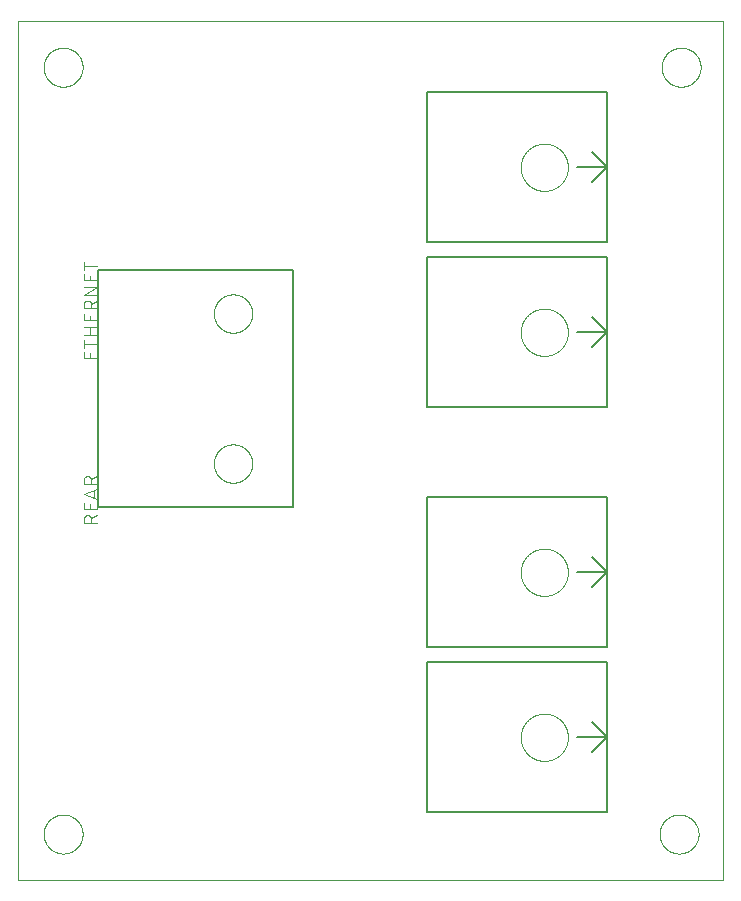
<source format=gto>
G75*
%MOIN*%
%OFA0B0*%
%FSLAX25Y25*%
%IPPOS*%
%LPD*%
%AMOC8*
5,1,8,0,0,1.08239X$1,22.5*
%
%ADD10C,0.00000*%
%ADD11C,0.00500*%
%ADD12C,0.00400*%
D10*
X0001000Y0001000D02*
X0001000Y0287024D01*
X0236236Y0287024D01*
X0236236Y0001000D01*
X0001000Y0001000D01*
X0009657Y0016157D02*
X0009659Y0016318D01*
X0009665Y0016478D01*
X0009675Y0016639D01*
X0009689Y0016799D01*
X0009707Y0016959D01*
X0009728Y0017118D01*
X0009754Y0017277D01*
X0009784Y0017435D01*
X0009817Y0017592D01*
X0009855Y0017749D01*
X0009896Y0017904D01*
X0009941Y0018058D01*
X0009990Y0018211D01*
X0010043Y0018363D01*
X0010099Y0018514D01*
X0010160Y0018663D01*
X0010223Y0018811D01*
X0010291Y0018957D01*
X0010362Y0019101D01*
X0010436Y0019243D01*
X0010514Y0019384D01*
X0010596Y0019522D01*
X0010681Y0019659D01*
X0010769Y0019793D01*
X0010861Y0019925D01*
X0010956Y0020055D01*
X0011054Y0020183D01*
X0011155Y0020308D01*
X0011259Y0020430D01*
X0011366Y0020550D01*
X0011476Y0020667D01*
X0011589Y0020782D01*
X0011705Y0020893D01*
X0011824Y0021002D01*
X0011945Y0021107D01*
X0012069Y0021210D01*
X0012195Y0021310D01*
X0012323Y0021406D01*
X0012454Y0021499D01*
X0012588Y0021589D01*
X0012723Y0021676D01*
X0012861Y0021759D01*
X0013000Y0021839D01*
X0013142Y0021915D01*
X0013285Y0021988D01*
X0013430Y0022057D01*
X0013577Y0022123D01*
X0013725Y0022185D01*
X0013875Y0022243D01*
X0014026Y0022298D01*
X0014179Y0022349D01*
X0014333Y0022396D01*
X0014488Y0022439D01*
X0014644Y0022478D01*
X0014800Y0022514D01*
X0014958Y0022545D01*
X0015116Y0022573D01*
X0015275Y0022597D01*
X0015435Y0022617D01*
X0015595Y0022633D01*
X0015755Y0022645D01*
X0015916Y0022653D01*
X0016077Y0022657D01*
X0016237Y0022657D01*
X0016398Y0022653D01*
X0016559Y0022645D01*
X0016719Y0022633D01*
X0016879Y0022617D01*
X0017039Y0022597D01*
X0017198Y0022573D01*
X0017356Y0022545D01*
X0017514Y0022514D01*
X0017670Y0022478D01*
X0017826Y0022439D01*
X0017981Y0022396D01*
X0018135Y0022349D01*
X0018288Y0022298D01*
X0018439Y0022243D01*
X0018589Y0022185D01*
X0018737Y0022123D01*
X0018884Y0022057D01*
X0019029Y0021988D01*
X0019172Y0021915D01*
X0019314Y0021839D01*
X0019453Y0021759D01*
X0019591Y0021676D01*
X0019726Y0021589D01*
X0019860Y0021499D01*
X0019991Y0021406D01*
X0020119Y0021310D01*
X0020245Y0021210D01*
X0020369Y0021107D01*
X0020490Y0021002D01*
X0020609Y0020893D01*
X0020725Y0020782D01*
X0020838Y0020667D01*
X0020948Y0020550D01*
X0021055Y0020430D01*
X0021159Y0020308D01*
X0021260Y0020183D01*
X0021358Y0020055D01*
X0021453Y0019925D01*
X0021545Y0019793D01*
X0021633Y0019659D01*
X0021718Y0019522D01*
X0021800Y0019384D01*
X0021878Y0019243D01*
X0021952Y0019101D01*
X0022023Y0018957D01*
X0022091Y0018811D01*
X0022154Y0018663D01*
X0022215Y0018514D01*
X0022271Y0018363D01*
X0022324Y0018211D01*
X0022373Y0018058D01*
X0022418Y0017904D01*
X0022459Y0017749D01*
X0022497Y0017592D01*
X0022530Y0017435D01*
X0022560Y0017277D01*
X0022586Y0017118D01*
X0022607Y0016959D01*
X0022625Y0016799D01*
X0022639Y0016639D01*
X0022649Y0016478D01*
X0022655Y0016318D01*
X0022657Y0016157D01*
X0022655Y0015996D01*
X0022649Y0015836D01*
X0022639Y0015675D01*
X0022625Y0015515D01*
X0022607Y0015355D01*
X0022586Y0015196D01*
X0022560Y0015037D01*
X0022530Y0014879D01*
X0022497Y0014722D01*
X0022459Y0014565D01*
X0022418Y0014410D01*
X0022373Y0014256D01*
X0022324Y0014103D01*
X0022271Y0013951D01*
X0022215Y0013800D01*
X0022154Y0013651D01*
X0022091Y0013503D01*
X0022023Y0013357D01*
X0021952Y0013213D01*
X0021878Y0013071D01*
X0021800Y0012930D01*
X0021718Y0012792D01*
X0021633Y0012655D01*
X0021545Y0012521D01*
X0021453Y0012389D01*
X0021358Y0012259D01*
X0021260Y0012131D01*
X0021159Y0012006D01*
X0021055Y0011884D01*
X0020948Y0011764D01*
X0020838Y0011647D01*
X0020725Y0011532D01*
X0020609Y0011421D01*
X0020490Y0011312D01*
X0020369Y0011207D01*
X0020245Y0011104D01*
X0020119Y0011004D01*
X0019991Y0010908D01*
X0019860Y0010815D01*
X0019726Y0010725D01*
X0019591Y0010638D01*
X0019453Y0010555D01*
X0019314Y0010475D01*
X0019172Y0010399D01*
X0019029Y0010326D01*
X0018884Y0010257D01*
X0018737Y0010191D01*
X0018589Y0010129D01*
X0018439Y0010071D01*
X0018288Y0010016D01*
X0018135Y0009965D01*
X0017981Y0009918D01*
X0017826Y0009875D01*
X0017670Y0009836D01*
X0017514Y0009800D01*
X0017356Y0009769D01*
X0017198Y0009741D01*
X0017039Y0009717D01*
X0016879Y0009697D01*
X0016719Y0009681D01*
X0016559Y0009669D01*
X0016398Y0009661D01*
X0016237Y0009657D01*
X0016077Y0009657D01*
X0015916Y0009661D01*
X0015755Y0009669D01*
X0015595Y0009681D01*
X0015435Y0009697D01*
X0015275Y0009717D01*
X0015116Y0009741D01*
X0014958Y0009769D01*
X0014800Y0009800D01*
X0014644Y0009836D01*
X0014488Y0009875D01*
X0014333Y0009918D01*
X0014179Y0009965D01*
X0014026Y0010016D01*
X0013875Y0010071D01*
X0013725Y0010129D01*
X0013577Y0010191D01*
X0013430Y0010257D01*
X0013285Y0010326D01*
X0013142Y0010399D01*
X0013000Y0010475D01*
X0012861Y0010555D01*
X0012723Y0010638D01*
X0012588Y0010725D01*
X0012454Y0010815D01*
X0012323Y0010908D01*
X0012195Y0011004D01*
X0012069Y0011104D01*
X0011945Y0011207D01*
X0011824Y0011312D01*
X0011705Y0011421D01*
X0011589Y0011532D01*
X0011476Y0011647D01*
X0011366Y0011764D01*
X0011259Y0011884D01*
X0011155Y0012006D01*
X0011054Y0012131D01*
X0010956Y0012259D01*
X0010861Y0012389D01*
X0010769Y0012521D01*
X0010681Y0012655D01*
X0010596Y0012792D01*
X0010514Y0012930D01*
X0010436Y0013071D01*
X0010362Y0013213D01*
X0010291Y0013357D01*
X0010223Y0013503D01*
X0010160Y0013651D01*
X0010099Y0013800D01*
X0010043Y0013951D01*
X0009990Y0014103D01*
X0009941Y0014256D01*
X0009896Y0014410D01*
X0009855Y0014565D01*
X0009817Y0014722D01*
X0009784Y0014879D01*
X0009754Y0015037D01*
X0009728Y0015196D01*
X0009707Y0015355D01*
X0009689Y0015515D01*
X0009675Y0015675D01*
X0009665Y0015836D01*
X0009659Y0015996D01*
X0009657Y0016157D01*
X0066393Y0139661D02*
X0066395Y0139821D01*
X0066401Y0139980D01*
X0066411Y0140139D01*
X0066425Y0140298D01*
X0066443Y0140457D01*
X0066464Y0140615D01*
X0066490Y0140772D01*
X0066520Y0140929D01*
X0066553Y0141085D01*
X0066591Y0141240D01*
X0066632Y0141394D01*
X0066677Y0141547D01*
X0066726Y0141699D01*
X0066779Y0141849D01*
X0066835Y0141998D01*
X0066895Y0142146D01*
X0066959Y0142292D01*
X0067027Y0142437D01*
X0067098Y0142580D01*
X0067172Y0142721D01*
X0067250Y0142860D01*
X0067332Y0142997D01*
X0067417Y0143132D01*
X0067505Y0143265D01*
X0067596Y0143396D01*
X0067691Y0143524D01*
X0067789Y0143650D01*
X0067890Y0143774D01*
X0067994Y0143894D01*
X0068101Y0144013D01*
X0068211Y0144128D01*
X0068324Y0144241D01*
X0068439Y0144351D01*
X0068558Y0144458D01*
X0068678Y0144562D01*
X0068802Y0144663D01*
X0068928Y0144761D01*
X0069056Y0144856D01*
X0069187Y0144947D01*
X0069320Y0145035D01*
X0069455Y0145120D01*
X0069592Y0145202D01*
X0069731Y0145280D01*
X0069872Y0145354D01*
X0070015Y0145425D01*
X0070160Y0145493D01*
X0070306Y0145557D01*
X0070454Y0145617D01*
X0070603Y0145673D01*
X0070753Y0145726D01*
X0070905Y0145775D01*
X0071058Y0145820D01*
X0071212Y0145861D01*
X0071367Y0145899D01*
X0071523Y0145932D01*
X0071680Y0145962D01*
X0071837Y0145988D01*
X0071995Y0146009D01*
X0072154Y0146027D01*
X0072313Y0146041D01*
X0072472Y0146051D01*
X0072631Y0146057D01*
X0072791Y0146059D01*
X0072951Y0146057D01*
X0073110Y0146051D01*
X0073269Y0146041D01*
X0073428Y0146027D01*
X0073587Y0146009D01*
X0073745Y0145988D01*
X0073902Y0145962D01*
X0074059Y0145932D01*
X0074215Y0145899D01*
X0074370Y0145861D01*
X0074524Y0145820D01*
X0074677Y0145775D01*
X0074829Y0145726D01*
X0074979Y0145673D01*
X0075128Y0145617D01*
X0075276Y0145557D01*
X0075422Y0145493D01*
X0075567Y0145425D01*
X0075710Y0145354D01*
X0075851Y0145280D01*
X0075990Y0145202D01*
X0076127Y0145120D01*
X0076262Y0145035D01*
X0076395Y0144947D01*
X0076526Y0144856D01*
X0076654Y0144761D01*
X0076780Y0144663D01*
X0076904Y0144562D01*
X0077024Y0144458D01*
X0077143Y0144351D01*
X0077258Y0144241D01*
X0077371Y0144128D01*
X0077481Y0144013D01*
X0077588Y0143894D01*
X0077692Y0143774D01*
X0077793Y0143650D01*
X0077891Y0143524D01*
X0077986Y0143396D01*
X0078077Y0143265D01*
X0078165Y0143132D01*
X0078250Y0142997D01*
X0078332Y0142860D01*
X0078410Y0142721D01*
X0078484Y0142580D01*
X0078555Y0142437D01*
X0078623Y0142292D01*
X0078687Y0142146D01*
X0078747Y0141998D01*
X0078803Y0141849D01*
X0078856Y0141699D01*
X0078905Y0141547D01*
X0078950Y0141394D01*
X0078991Y0141240D01*
X0079029Y0141085D01*
X0079062Y0140929D01*
X0079092Y0140772D01*
X0079118Y0140615D01*
X0079139Y0140457D01*
X0079157Y0140298D01*
X0079171Y0140139D01*
X0079181Y0139980D01*
X0079187Y0139821D01*
X0079189Y0139661D01*
X0079187Y0139501D01*
X0079181Y0139342D01*
X0079171Y0139183D01*
X0079157Y0139024D01*
X0079139Y0138865D01*
X0079118Y0138707D01*
X0079092Y0138550D01*
X0079062Y0138393D01*
X0079029Y0138237D01*
X0078991Y0138082D01*
X0078950Y0137928D01*
X0078905Y0137775D01*
X0078856Y0137623D01*
X0078803Y0137473D01*
X0078747Y0137324D01*
X0078687Y0137176D01*
X0078623Y0137030D01*
X0078555Y0136885D01*
X0078484Y0136742D01*
X0078410Y0136601D01*
X0078332Y0136462D01*
X0078250Y0136325D01*
X0078165Y0136190D01*
X0078077Y0136057D01*
X0077986Y0135926D01*
X0077891Y0135798D01*
X0077793Y0135672D01*
X0077692Y0135548D01*
X0077588Y0135428D01*
X0077481Y0135309D01*
X0077371Y0135194D01*
X0077258Y0135081D01*
X0077143Y0134971D01*
X0077024Y0134864D01*
X0076904Y0134760D01*
X0076780Y0134659D01*
X0076654Y0134561D01*
X0076526Y0134466D01*
X0076395Y0134375D01*
X0076262Y0134287D01*
X0076127Y0134202D01*
X0075990Y0134120D01*
X0075851Y0134042D01*
X0075710Y0133968D01*
X0075567Y0133897D01*
X0075422Y0133829D01*
X0075276Y0133765D01*
X0075128Y0133705D01*
X0074979Y0133649D01*
X0074829Y0133596D01*
X0074677Y0133547D01*
X0074524Y0133502D01*
X0074370Y0133461D01*
X0074215Y0133423D01*
X0074059Y0133390D01*
X0073902Y0133360D01*
X0073745Y0133334D01*
X0073587Y0133313D01*
X0073428Y0133295D01*
X0073269Y0133281D01*
X0073110Y0133271D01*
X0072951Y0133265D01*
X0072791Y0133263D01*
X0072631Y0133265D01*
X0072472Y0133271D01*
X0072313Y0133281D01*
X0072154Y0133295D01*
X0071995Y0133313D01*
X0071837Y0133334D01*
X0071680Y0133360D01*
X0071523Y0133390D01*
X0071367Y0133423D01*
X0071212Y0133461D01*
X0071058Y0133502D01*
X0070905Y0133547D01*
X0070753Y0133596D01*
X0070603Y0133649D01*
X0070454Y0133705D01*
X0070306Y0133765D01*
X0070160Y0133829D01*
X0070015Y0133897D01*
X0069872Y0133968D01*
X0069731Y0134042D01*
X0069592Y0134120D01*
X0069455Y0134202D01*
X0069320Y0134287D01*
X0069187Y0134375D01*
X0069056Y0134466D01*
X0068928Y0134561D01*
X0068802Y0134659D01*
X0068678Y0134760D01*
X0068558Y0134864D01*
X0068439Y0134971D01*
X0068324Y0135081D01*
X0068211Y0135194D01*
X0068101Y0135309D01*
X0067994Y0135428D01*
X0067890Y0135548D01*
X0067789Y0135672D01*
X0067691Y0135798D01*
X0067596Y0135926D01*
X0067505Y0136057D01*
X0067417Y0136190D01*
X0067332Y0136325D01*
X0067250Y0136462D01*
X0067172Y0136601D01*
X0067098Y0136742D01*
X0067027Y0136885D01*
X0066959Y0137030D01*
X0066895Y0137176D01*
X0066835Y0137324D01*
X0066779Y0137473D01*
X0066726Y0137623D01*
X0066677Y0137775D01*
X0066632Y0137928D01*
X0066591Y0138082D01*
X0066553Y0138237D01*
X0066520Y0138393D01*
X0066490Y0138550D01*
X0066464Y0138707D01*
X0066443Y0138865D01*
X0066425Y0139024D01*
X0066411Y0139183D01*
X0066401Y0139342D01*
X0066395Y0139501D01*
X0066393Y0139661D01*
X0066393Y0189661D02*
X0066395Y0189821D01*
X0066401Y0189980D01*
X0066411Y0190139D01*
X0066425Y0190298D01*
X0066443Y0190457D01*
X0066464Y0190615D01*
X0066490Y0190772D01*
X0066520Y0190929D01*
X0066553Y0191085D01*
X0066591Y0191240D01*
X0066632Y0191394D01*
X0066677Y0191547D01*
X0066726Y0191699D01*
X0066779Y0191849D01*
X0066835Y0191998D01*
X0066895Y0192146D01*
X0066959Y0192292D01*
X0067027Y0192437D01*
X0067098Y0192580D01*
X0067172Y0192721D01*
X0067250Y0192860D01*
X0067332Y0192997D01*
X0067417Y0193132D01*
X0067505Y0193265D01*
X0067596Y0193396D01*
X0067691Y0193524D01*
X0067789Y0193650D01*
X0067890Y0193774D01*
X0067994Y0193894D01*
X0068101Y0194013D01*
X0068211Y0194128D01*
X0068324Y0194241D01*
X0068439Y0194351D01*
X0068558Y0194458D01*
X0068678Y0194562D01*
X0068802Y0194663D01*
X0068928Y0194761D01*
X0069056Y0194856D01*
X0069187Y0194947D01*
X0069320Y0195035D01*
X0069455Y0195120D01*
X0069592Y0195202D01*
X0069731Y0195280D01*
X0069872Y0195354D01*
X0070015Y0195425D01*
X0070160Y0195493D01*
X0070306Y0195557D01*
X0070454Y0195617D01*
X0070603Y0195673D01*
X0070753Y0195726D01*
X0070905Y0195775D01*
X0071058Y0195820D01*
X0071212Y0195861D01*
X0071367Y0195899D01*
X0071523Y0195932D01*
X0071680Y0195962D01*
X0071837Y0195988D01*
X0071995Y0196009D01*
X0072154Y0196027D01*
X0072313Y0196041D01*
X0072472Y0196051D01*
X0072631Y0196057D01*
X0072791Y0196059D01*
X0072951Y0196057D01*
X0073110Y0196051D01*
X0073269Y0196041D01*
X0073428Y0196027D01*
X0073587Y0196009D01*
X0073745Y0195988D01*
X0073902Y0195962D01*
X0074059Y0195932D01*
X0074215Y0195899D01*
X0074370Y0195861D01*
X0074524Y0195820D01*
X0074677Y0195775D01*
X0074829Y0195726D01*
X0074979Y0195673D01*
X0075128Y0195617D01*
X0075276Y0195557D01*
X0075422Y0195493D01*
X0075567Y0195425D01*
X0075710Y0195354D01*
X0075851Y0195280D01*
X0075990Y0195202D01*
X0076127Y0195120D01*
X0076262Y0195035D01*
X0076395Y0194947D01*
X0076526Y0194856D01*
X0076654Y0194761D01*
X0076780Y0194663D01*
X0076904Y0194562D01*
X0077024Y0194458D01*
X0077143Y0194351D01*
X0077258Y0194241D01*
X0077371Y0194128D01*
X0077481Y0194013D01*
X0077588Y0193894D01*
X0077692Y0193774D01*
X0077793Y0193650D01*
X0077891Y0193524D01*
X0077986Y0193396D01*
X0078077Y0193265D01*
X0078165Y0193132D01*
X0078250Y0192997D01*
X0078332Y0192860D01*
X0078410Y0192721D01*
X0078484Y0192580D01*
X0078555Y0192437D01*
X0078623Y0192292D01*
X0078687Y0192146D01*
X0078747Y0191998D01*
X0078803Y0191849D01*
X0078856Y0191699D01*
X0078905Y0191547D01*
X0078950Y0191394D01*
X0078991Y0191240D01*
X0079029Y0191085D01*
X0079062Y0190929D01*
X0079092Y0190772D01*
X0079118Y0190615D01*
X0079139Y0190457D01*
X0079157Y0190298D01*
X0079171Y0190139D01*
X0079181Y0189980D01*
X0079187Y0189821D01*
X0079189Y0189661D01*
X0079187Y0189501D01*
X0079181Y0189342D01*
X0079171Y0189183D01*
X0079157Y0189024D01*
X0079139Y0188865D01*
X0079118Y0188707D01*
X0079092Y0188550D01*
X0079062Y0188393D01*
X0079029Y0188237D01*
X0078991Y0188082D01*
X0078950Y0187928D01*
X0078905Y0187775D01*
X0078856Y0187623D01*
X0078803Y0187473D01*
X0078747Y0187324D01*
X0078687Y0187176D01*
X0078623Y0187030D01*
X0078555Y0186885D01*
X0078484Y0186742D01*
X0078410Y0186601D01*
X0078332Y0186462D01*
X0078250Y0186325D01*
X0078165Y0186190D01*
X0078077Y0186057D01*
X0077986Y0185926D01*
X0077891Y0185798D01*
X0077793Y0185672D01*
X0077692Y0185548D01*
X0077588Y0185428D01*
X0077481Y0185309D01*
X0077371Y0185194D01*
X0077258Y0185081D01*
X0077143Y0184971D01*
X0077024Y0184864D01*
X0076904Y0184760D01*
X0076780Y0184659D01*
X0076654Y0184561D01*
X0076526Y0184466D01*
X0076395Y0184375D01*
X0076262Y0184287D01*
X0076127Y0184202D01*
X0075990Y0184120D01*
X0075851Y0184042D01*
X0075710Y0183968D01*
X0075567Y0183897D01*
X0075422Y0183829D01*
X0075276Y0183765D01*
X0075128Y0183705D01*
X0074979Y0183649D01*
X0074829Y0183596D01*
X0074677Y0183547D01*
X0074524Y0183502D01*
X0074370Y0183461D01*
X0074215Y0183423D01*
X0074059Y0183390D01*
X0073902Y0183360D01*
X0073745Y0183334D01*
X0073587Y0183313D01*
X0073428Y0183295D01*
X0073269Y0183281D01*
X0073110Y0183271D01*
X0072951Y0183265D01*
X0072791Y0183263D01*
X0072631Y0183265D01*
X0072472Y0183271D01*
X0072313Y0183281D01*
X0072154Y0183295D01*
X0071995Y0183313D01*
X0071837Y0183334D01*
X0071680Y0183360D01*
X0071523Y0183390D01*
X0071367Y0183423D01*
X0071212Y0183461D01*
X0071058Y0183502D01*
X0070905Y0183547D01*
X0070753Y0183596D01*
X0070603Y0183649D01*
X0070454Y0183705D01*
X0070306Y0183765D01*
X0070160Y0183829D01*
X0070015Y0183897D01*
X0069872Y0183968D01*
X0069731Y0184042D01*
X0069592Y0184120D01*
X0069455Y0184202D01*
X0069320Y0184287D01*
X0069187Y0184375D01*
X0069056Y0184466D01*
X0068928Y0184561D01*
X0068802Y0184659D01*
X0068678Y0184760D01*
X0068558Y0184864D01*
X0068439Y0184971D01*
X0068324Y0185081D01*
X0068211Y0185194D01*
X0068101Y0185309D01*
X0067994Y0185428D01*
X0067890Y0185548D01*
X0067789Y0185672D01*
X0067691Y0185798D01*
X0067596Y0185926D01*
X0067505Y0186057D01*
X0067417Y0186190D01*
X0067332Y0186325D01*
X0067250Y0186462D01*
X0067172Y0186601D01*
X0067098Y0186742D01*
X0067027Y0186885D01*
X0066959Y0187030D01*
X0066895Y0187176D01*
X0066835Y0187324D01*
X0066779Y0187473D01*
X0066726Y0187623D01*
X0066677Y0187775D01*
X0066632Y0187928D01*
X0066591Y0188082D01*
X0066553Y0188237D01*
X0066520Y0188393D01*
X0066490Y0188550D01*
X0066464Y0188707D01*
X0066443Y0188865D01*
X0066425Y0189024D01*
X0066411Y0189183D01*
X0066401Y0189342D01*
X0066395Y0189501D01*
X0066393Y0189661D01*
X0009657Y0271768D02*
X0009659Y0271929D01*
X0009665Y0272089D01*
X0009675Y0272250D01*
X0009689Y0272410D01*
X0009707Y0272570D01*
X0009728Y0272729D01*
X0009754Y0272888D01*
X0009784Y0273046D01*
X0009817Y0273203D01*
X0009855Y0273360D01*
X0009896Y0273515D01*
X0009941Y0273669D01*
X0009990Y0273822D01*
X0010043Y0273974D01*
X0010099Y0274125D01*
X0010160Y0274274D01*
X0010223Y0274422D01*
X0010291Y0274568D01*
X0010362Y0274712D01*
X0010436Y0274854D01*
X0010514Y0274995D01*
X0010596Y0275133D01*
X0010681Y0275270D01*
X0010769Y0275404D01*
X0010861Y0275536D01*
X0010956Y0275666D01*
X0011054Y0275794D01*
X0011155Y0275919D01*
X0011259Y0276041D01*
X0011366Y0276161D01*
X0011476Y0276278D01*
X0011589Y0276393D01*
X0011705Y0276504D01*
X0011824Y0276613D01*
X0011945Y0276718D01*
X0012069Y0276821D01*
X0012195Y0276921D01*
X0012323Y0277017D01*
X0012454Y0277110D01*
X0012588Y0277200D01*
X0012723Y0277287D01*
X0012861Y0277370D01*
X0013000Y0277450D01*
X0013142Y0277526D01*
X0013285Y0277599D01*
X0013430Y0277668D01*
X0013577Y0277734D01*
X0013725Y0277796D01*
X0013875Y0277854D01*
X0014026Y0277909D01*
X0014179Y0277960D01*
X0014333Y0278007D01*
X0014488Y0278050D01*
X0014644Y0278089D01*
X0014800Y0278125D01*
X0014958Y0278156D01*
X0015116Y0278184D01*
X0015275Y0278208D01*
X0015435Y0278228D01*
X0015595Y0278244D01*
X0015755Y0278256D01*
X0015916Y0278264D01*
X0016077Y0278268D01*
X0016237Y0278268D01*
X0016398Y0278264D01*
X0016559Y0278256D01*
X0016719Y0278244D01*
X0016879Y0278228D01*
X0017039Y0278208D01*
X0017198Y0278184D01*
X0017356Y0278156D01*
X0017514Y0278125D01*
X0017670Y0278089D01*
X0017826Y0278050D01*
X0017981Y0278007D01*
X0018135Y0277960D01*
X0018288Y0277909D01*
X0018439Y0277854D01*
X0018589Y0277796D01*
X0018737Y0277734D01*
X0018884Y0277668D01*
X0019029Y0277599D01*
X0019172Y0277526D01*
X0019314Y0277450D01*
X0019453Y0277370D01*
X0019591Y0277287D01*
X0019726Y0277200D01*
X0019860Y0277110D01*
X0019991Y0277017D01*
X0020119Y0276921D01*
X0020245Y0276821D01*
X0020369Y0276718D01*
X0020490Y0276613D01*
X0020609Y0276504D01*
X0020725Y0276393D01*
X0020838Y0276278D01*
X0020948Y0276161D01*
X0021055Y0276041D01*
X0021159Y0275919D01*
X0021260Y0275794D01*
X0021358Y0275666D01*
X0021453Y0275536D01*
X0021545Y0275404D01*
X0021633Y0275270D01*
X0021718Y0275133D01*
X0021800Y0274995D01*
X0021878Y0274854D01*
X0021952Y0274712D01*
X0022023Y0274568D01*
X0022091Y0274422D01*
X0022154Y0274274D01*
X0022215Y0274125D01*
X0022271Y0273974D01*
X0022324Y0273822D01*
X0022373Y0273669D01*
X0022418Y0273515D01*
X0022459Y0273360D01*
X0022497Y0273203D01*
X0022530Y0273046D01*
X0022560Y0272888D01*
X0022586Y0272729D01*
X0022607Y0272570D01*
X0022625Y0272410D01*
X0022639Y0272250D01*
X0022649Y0272089D01*
X0022655Y0271929D01*
X0022657Y0271768D01*
X0022655Y0271607D01*
X0022649Y0271447D01*
X0022639Y0271286D01*
X0022625Y0271126D01*
X0022607Y0270966D01*
X0022586Y0270807D01*
X0022560Y0270648D01*
X0022530Y0270490D01*
X0022497Y0270333D01*
X0022459Y0270176D01*
X0022418Y0270021D01*
X0022373Y0269867D01*
X0022324Y0269714D01*
X0022271Y0269562D01*
X0022215Y0269411D01*
X0022154Y0269262D01*
X0022091Y0269114D01*
X0022023Y0268968D01*
X0021952Y0268824D01*
X0021878Y0268682D01*
X0021800Y0268541D01*
X0021718Y0268403D01*
X0021633Y0268266D01*
X0021545Y0268132D01*
X0021453Y0268000D01*
X0021358Y0267870D01*
X0021260Y0267742D01*
X0021159Y0267617D01*
X0021055Y0267495D01*
X0020948Y0267375D01*
X0020838Y0267258D01*
X0020725Y0267143D01*
X0020609Y0267032D01*
X0020490Y0266923D01*
X0020369Y0266818D01*
X0020245Y0266715D01*
X0020119Y0266615D01*
X0019991Y0266519D01*
X0019860Y0266426D01*
X0019726Y0266336D01*
X0019591Y0266249D01*
X0019453Y0266166D01*
X0019314Y0266086D01*
X0019172Y0266010D01*
X0019029Y0265937D01*
X0018884Y0265868D01*
X0018737Y0265802D01*
X0018589Y0265740D01*
X0018439Y0265682D01*
X0018288Y0265627D01*
X0018135Y0265576D01*
X0017981Y0265529D01*
X0017826Y0265486D01*
X0017670Y0265447D01*
X0017514Y0265411D01*
X0017356Y0265380D01*
X0017198Y0265352D01*
X0017039Y0265328D01*
X0016879Y0265308D01*
X0016719Y0265292D01*
X0016559Y0265280D01*
X0016398Y0265272D01*
X0016237Y0265268D01*
X0016077Y0265268D01*
X0015916Y0265272D01*
X0015755Y0265280D01*
X0015595Y0265292D01*
X0015435Y0265308D01*
X0015275Y0265328D01*
X0015116Y0265352D01*
X0014958Y0265380D01*
X0014800Y0265411D01*
X0014644Y0265447D01*
X0014488Y0265486D01*
X0014333Y0265529D01*
X0014179Y0265576D01*
X0014026Y0265627D01*
X0013875Y0265682D01*
X0013725Y0265740D01*
X0013577Y0265802D01*
X0013430Y0265868D01*
X0013285Y0265937D01*
X0013142Y0266010D01*
X0013000Y0266086D01*
X0012861Y0266166D01*
X0012723Y0266249D01*
X0012588Y0266336D01*
X0012454Y0266426D01*
X0012323Y0266519D01*
X0012195Y0266615D01*
X0012069Y0266715D01*
X0011945Y0266818D01*
X0011824Y0266923D01*
X0011705Y0267032D01*
X0011589Y0267143D01*
X0011476Y0267258D01*
X0011366Y0267375D01*
X0011259Y0267495D01*
X0011155Y0267617D01*
X0011054Y0267742D01*
X0010956Y0267870D01*
X0010861Y0268000D01*
X0010769Y0268132D01*
X0010681Y0268266D01*
X0010596Y0268403D01*
X0010514Y0268541D01*
X0010436Y0268682D01*
X0010362Y0268824D01*
X0010291Y0268968D01*
X0010223Y0269114D01*
X0010160Y0269262D01*
X0010099Y0269411D01*
X0010043Y0269562D01*
X0009990Y0269714D01*
X0009941Y0269867D01*
X0009896Y0270021D01*
X0009855Y0270176D01*
X0009817Y0270333D01*
X0009784Y0270490D01*
X0009754Y0270648D01*
X0009728Y0270807D01*
X0009707Y0270966D01*
X0009689Y0271126D01*
X0009675Y0271286D01*
X0009665Y0271447D01*
X0009659Y0271607D01*
X0009657Y0271768D01*
X0168677Y0238421D02*
X0168679Y0238614D01*
X0168686Y0238807D01*
X0168698Y0239000D01*
X0168715Y0239193D01*
X0168736Y0239385D01*
X0168762Y0239576D01*
X0168793Y0239767D01*
X0168828Y0239957D01*
X0168868Y0240146D01*
X0168913Y0240334D01*
X0168962Y0240521D01*
X0169016Y0240707D01*
X0169074Y0240891D01*
X0169137Y0241074D01*
X0169205Y0241255D01*
X0169276Y0241434D01*
X0169353Y0241612D01*
X0169433Y0241788D01*
X0169518Y0241961D01*
X0169607Y0242133D01*
X0169700Y0242302D01*
X0169797Y0242469D01*
X0169899Y0242634D01*
X0170004Y0242796D01*
X0170113Y0242955D01*
X0170227Y0243112D01*
X0170344Y0243265D01*
X0170464Y0243416D01*
X0170589Y0243564D01*
X0170717Y0243709D01*
X0170848Y0243850D01*
X0170983Y0243989D01*
X0171122Y0244124D01*
X0171263Y0244255D01*
X0171408Y0244383D01*
X0171556Y0244508D01*
X0171707Y0244628D01*
X0171860Y0244745D01*
X0172017Y0244859D01*
X0172176Y0244968D01*
X0172338Y0245073D01*
X0172503Y0245175D01*
X0172670Y0245272D01*
X0172839Y0245365D01*
X0173011Y0245454D01*
X0173184Y0245539D01*
X0173360Y0245619D01*
X0173538Y0245696D01*
X0173717Y0245767D01*
X0173898Y0245835D01*
X0174081Y0245898D01*
X0174265Y0245956D01*
X0174451Y0246010D01*
X0174638Y0246059D01*
X0174826Y0246104D01*
X0175015Y0246144D01*
X0175205Y0246179D01*
X0175396Y0246210D01*
X0175587Y0246236D01*
X0175779Y0246257D01*
X0175972Y0246274D01*
X0176165Y0246286D01*
X0176358Y0246293D01*
X0176551Y0246295D01*
X0176744Y0246293D01*
X0176937Y0246286D01*
X0177130Y0246274D01*
X0177323Y0246257D01*
X0177515Y0246236D01*
X0177706Y0246210D01*
X0177897Y0246179D01*
X0178087Y0246144D01*
X0178276Y0246104D01*
X0178464Y0246059D01*
X0178651Y0246010D01*
X0178837Y0245956D01*
X0179021Y0245898D01*
X0179204Y0245835D01*
X0179385Y0245767D01*
X0179564Y0245696D01*
X0179742Y0245619D01*
X0179918Y0245539D01*
X0180091Y0245454D01*
X0180263Y0245365D01*
X0180432Y0245272D01*
X0180599Y0245175D01*
X0180764Y0245073D01*
X0180926Y0244968D01*
X0181085Y0244859D01*
X0181242Y0244745D01*
X0181395Y0244628D01*
X0181546Y0244508D01*
X0181694Y0244383D01*
X0181839Y0244255D01*
X0181980Y0244124D01*
X0182119Y0243989D01*
X0182254Y0243850D01*
X0182385Y0243709D01*
X0182513Y0243564D01*
X0182638Y0243416D01*
X0182758Y0243265D01*
X0182875Y0243112D01*
X0182989Y0242955D01*
X0183098Y0242796D01*
X0183203Y0242634D01*
X0183305Y0242469D01*
X0183402Y0242302D01*
X0183495Y0242133D01*
X0183584Y0241961D01*
X0183669Y0241788D01*
X0183749Y0241612D01*
X0183826Y0241434D01*
X0183897Y0241255D01*
X0183965Y0241074D01*
X0184028Y0240891D01*
X0184086Y0240707D01*
X0184140Y0240521D01*
X0184189Y0240334D01*
X0184234Y0240146D01*
X0184274Y0239957D01*
X0184309Y0239767D01*
X0184340Y0239576D01*
X0184366Y0239385D01*
X0184387Y0239193D01*
X0184404Y0239000D01*
X0184416Y0238807D01*
X0184423Y0238614D01*
X0184425Y0238421D01*
X0184423Y0238228D01*
X0184416Y0238035D01*
X0184404Y0237842D01*
X0184387Y0237649D01*
X0184366Y0237457D01*
X0184340Y0237266D01*
X0184309Y0237075D01*
X0184274Y0236885D01*
X0184234Y0236696D01*
X0184189Y0236508D01*
X0184140Y0236321D01*
X0184086Y0236135D01*
X0184028Y0235951D01*
X0183965Y0235768D01*
X0183897Y0235587D01*
X0183826Y0235408D01*
X0183749Y0235230D01*
X0183669Y0235054D01*
X0183584Y0234881D01*
X0183495Y0234709D01*
X0183402Y0234540D01*
X0183305Y0234373D01*
X0183203Y0234208D01*
X0183098Y0234046D01*
X0182989Y0233887D01*
X0182875Y0233730D01*
X0182758Y0233577D01*
X0182638Y0233426D01*
X0182513Y0233278D01*
X0182385Y0233133D01*
X0182254Y0232992D01*
X0182119Y0232853D01*
X0181980Y0232718D01*
X0181839Y0232587D01*
X0181694Y0232459D01*
X0181546Y0232334D01*
X0181395Y0232214D01*
X0181242Y0232097D01*
X0181085Y0231983D01*
X0180926Y0231874D01*
X0180764Y0231769D01*
X0180599Y0231667D01*
X0180432Y0231570D01*
X0180263Y0231477D01*
X0180091Y0231388D01*
X0179918Y0231303D01*
X0179742Y0231223D01*
X0179564Y0231146D01*
X0179385Y0231075D01*
X0179204Y0231007D01*
X0179021Y0230944D01*
X0178837Y0230886D01*
X0178651Y0230832D01*
X0178464Y0230783D01*
X0178276Y0230738D01*
X0178087Y0230698D01*
X0177897Y0230663D01*
X0177706Y0230632D01*
X0177515Y0230606D01*
X0177323Y0230585D01*
X0177130Y0230568D01*
X0176937Y0230556D01*
X0176744Y0230549D01*
X0176551Y0230547D01*
X0176358Y0230549D01*
X0176165Y0230556D01*
X0175972Y0230568D01*
X0175779Y0230585D01*
X0175587Y0230606D01*
X0175396Y0230632D01*
X0175205Y0230663D01*
X0175015Y0230698D01*
X0174826Y0230738D01*
X0174638Y0230783D01*
X0174451Y0230832D01*
X0174265Y0230886D01*
X0174081Y0230944D01*
X0173898Y0231007D01*
X0173717Y0231075D01*
X0173538Y0231146D01*
X0173360Y0231223D01*
X0173184Y0231303D01*
X0173011Y0231388D01*
X0172839Y0231477D01*
X0172670Y0231570D01*
X0172503Y0231667D01*
X0172338Y0231769D01*
X0172176Y0231874D01*
X0172017Y0231983D01*
X0171860Y0232097D01*
X0171707Y0232214D01*
X0171556Y0232334D01*
X0171408Y0232459D01*
X0171263Y0232587D01*
X0171122Y0232718D01*
X0170983Y0232853D01*
X0170848Y0232992D01*
X0170717Y0233133D01*
X0170589Y0233278D01*
X0170464Y0233426D01*
X0170344Y0233577D01*
X0170227Y0233730D01*
X0170113Y0233887D01*
X0170004Y0234046D01*
X0169899Y0234208D01*
X0169797Y0234373D01*
X0169700Y0234540D01*
X0169607Y0234709D01*
X0169518Y0234881D01*
X0169433Y0235054D01*
X0169353Y0235230D01*
X0169276Y0235408D01*
X0169205Y0235587D01*
X0169137Y0235768D01*
X0169074Y0235951D01*
X0169016Y0236135D01*
X0168962Y0236321D01*
X0168913Y0236508D01*
X0168868Y0236696D01*
X0168828Y0236885D01*
X0168793Y0237075D01*
X0168762Y0237266D01*
X0168736Y0237457D01*
X0168715Y0237649D01*
X0168698Y0237842D01*
X0168686Y0238035D01*
X0168679Y0238228D01*
X0168677Y0238421D01*
X0168677Y0183421D02*
X0168679Y0183614D01*
X0168686Y0183807D01*
X0168698Y0184000D01*
X0168715Y0184193D01*
X0168736Y0184385D01*
X0168762Y0184576D01*
X0168793Y0184767D01*
X0168828Y0184957D01*
X0168868Y0185146D01*
X0168913Y0185334D01*
X0168962Y0185521D01*
X0169016Y0185707D01*
X0169074Y0185891D01*
X0169137Y0186074D01*
X0169205Y0186255D01*
X0169276Y0186434D01*
X0169353Y0186612D01*
X0169433Y0186788D01*
X0169518Y0186961D01*
X0169607Y0187133D01*
X0169700Y0187302D01*
X0169797Y0187469D01*
X0169899Y0187634D01*
X0170004Y0187796D01*
X0170113Y0187955D01*
X0170227Y0188112D01*
X0170344Y0188265D01*
X0170464Y0188416D01*
X0170589Y0188564D01*
X0170717Y0188709D01*
X0170848Y0188850D01*
X0170983Y0188989D01*
X0171122Y0189124D01*
X0171263Y0189255D01*
X0171408Y0189383D01*
X0171556Y0189508D01*
X0171707Y0189628D01*
X0171860Y0189745D01*
X0172017Y0189859D01*
X0172176Y0189968D01*
X0172338Y0190073D01*
X0172503Y0190175D01*
X0172670Y0190272D01*
X0172839Y0190365D01*
X0173011Y0190454D01*
X0173184Y0190539D01*
X0173360Y0190619D01*
X0173538Y0190696D01*
X0173717Y0190767D01*
X0173898Y0190835D01*
X0174081Y0190898D01*
X0174265Y0190956D01*
X0174451Y0191010D01*
X0174638Y0191059D01*
X0174826Y0191104D01*
X0175015Y0191144D01*
X0175205Y0191179D01*
X0175396Y0191210D01*
X0175587Y0191236D01*
X0175779Y0191257D01*
X0175972Y0191274D01*
X0176165Y0191286D01*
X0176358Y0191293D01*
X0176551Y0191295D01*
X0176744Y0191293D01*
X0176937Y0191286D01*
X0177130Y0191274D01*
X0177323Y0191257D01*
X0177515Y0191236D01*
X0177706Y0191210D01*
X0177897Y0191179D01*
X0178087Y0191144D01*
X0178276Y0191104D01*
X0178464Y0191059D01*
X0178651Y0191010D01*
X0178837Y0190956D01*
X0179021Y0190898D01*
X0179204Y0190835D01*
X0179385Y0190767D01*
X0179564Y0190696D01*
X0179742Y0190619D01*
X0179918Y0190539D01*
X0180091Y0190454D01*
X0180263Y0190365D01*
X0180432Y0190272D01*
X0180599Y0190175D01*
X0180764Y0190073D01*
X0180926Y0189968D01*
X0181085Y0189859D01*
X0181242Y0189745D01*
X0181395Y0189628D01*
X0181546Y0189508D01*
X0181694Y0189383D01*
X0181839Y0189255D01*
X0181980Y0189124D01*
X0182119Y0188989D01*
X0182254Y0188850D01*
X0182385Y0188709D01*
X0182513Y0188564D01*
X0182638Y0188416D01*
X0182758Y0188265D01*
X0182875Y0188112D01*
X0182989Y0187955D01*
X0183098Y0187796D01*
X0183203Y0187634D01*
X0183305Y0187469D01*
X0183402Y0187302D01*
X0183495Y0187133D01*
X0183584Y0186961D01*
X0183669Y0186788D01*
X0183749Y0186612D01*
X0183826Y0186434D01*
X0183897Y0186255D01*
X0183965Y0186074D01*
X0184028Y0185891D01*
X0184086Y0185707D01*
X0184140Y0185521D01*
X0184189Y0185334D01*
X0184234Y0185146D01*
X0184274Y0184957D01*
X0184309Y0184767D01*
X0184340Y0184576D01*
X0184366Y0184385D01*
X0184387Y0184193D01*
X0184404Y0184000D01*
X0184416Y0183807D01*
X0184423Y0183614D01*
X0184425Y0183421D01*
X0184423Y0183228D01*
X0184416Y0183035D01*
X0184404Y0182842D01*
X0184387Y0182649D01*
X0184366Y0182457D01*
X0184340Y0182266D01*
X0184309Y0182075D01*
X0184274Y0181885D01*
X0184234Y0181696D01*
X0184189Y0181508D01*
X0184140Y0181321D01*
X0184086Y0181135D01*
X0184028Y0180951D01*
X0183965Y0180768D01*
X0183897Y0180587D01*
X0183826Y0180408D01*
X0183749Y0180230D01*
X0183669Y0180054D01*
X0183584Y0179881D01*
X0183495Y0179709D01*
X0183402Y0179540D01*
X0183305Y0179373D01*
X0183203Y0179208D01*
X0183098Y0179046D01*
X0182989Y0178887D01*
X0182875Y0178730D01*
X0182758Y0178577D01*
X0182638Y0178426D01*
X0182513Y0178278D01*
X0182385Y0178133D01*
X0182254Y0177992D01*
X0182119Y0177853D01*
X0181980Y0177718D01*
X0181839Y0177587D01*
X0181694Y0177459D01*
X0181546Y0177334D01*
X0181395Y0177214D01*
X0181242Y0177097D01*
X0181085Y0176983D01*
X0180926Y0176874D01*
X0180764Y0176769D01*
X0180599Y0176667D01*
X0180432Y0176570D01*
X0180263Y0176477D01*
X0180091Y0176388D01*
X0179918Y0176303D01*
X0179742Y0176223D01*
X0179564Y0176146D01*
X0179385Y0176075D01*
X0179204Y0176007D01*
X0179021Y0175944D01*
X0178837Y0175886D01*
X0178651Y0175832D01*
X0178464Y0175783D01*
X0178276Y0175738D01*
X0178087Y0175698D01*
X0177897Y0175663D01*
X0177706Y0175632D01*
X0177515Y0175606D01*
X0177323Y0175585D01*
X0177130Y0175568D01*
X0176937Y0175556D01*
X0176744Y0175549D01*
X0176551Y0175547D01*
X0176358Y0175549D01*
X0176165Y0175556D01*
X0175972Y0175568D01*
X0175779Y0175585D01*
X0175587Y0175606D01*
X0175396Y0175632D01*
X0175205Y0175663D01*
X0175015Y0175698D01*
X0174826Y0175738D01*
X0174638Y0175783D01*
X0174451Y0175832D01*
X0174265Y0175886D01*
X0174081Y0175944D01*
X0173898Y0176007D01*
X0173717Y0176075D01*
X0173538Y0176146D01*
X0173360Y0176223D01*
X0173184Y0176303D01*
X0173011Y0176388D01*
X0172839Y0176477D01*
X0172670Y0176570D01*
X0172503Y0176667D01*
X0172338Y0176769D01*
X0172176Y0176874D01*
X0172017Y0176983D01*
X0171860Y0177097D01*
X0171707Y0177214D01*
X0171556Y0177334D01*
X0171408Y0177459D01*
X0171263Y0177587D01*
X0171122Y0177718D01*
X0170983Y0177853D01*
X0170848Y0177992D01*
X0170717Y0178133D01*
X0170589Y0178278D01*
X0170464Y0178426D01*
X0170344Y0178577D01*
X0170227Y0178730D01*
X0170113Y0178887D01*
X0170004Y0179046D01*
X0169899Y0179208D01*
X0169797Y0179373D01*
X0169700Y0179540D01*
X0169607Y0179709D01*
X0169518Y0179881D01*
X0169433Y0180054D01*
X0169353Y0180230D01*
X0169276Y0180408D01*
X0169205Y0180587D01*
X0169137Y0180768D01*
X0169074Y0180951D01*
X0169016Y0181135D01*
X0168962Y0181321D01*
X0168913Y0181508D01*
X0168868Y0181696D01*
X0168828Y0181885D01*
X0168793Y0182075D01*
X0168762Y0182266D01*
X0168736Y0182457D01*
X0168715Y0182649D01*
X0168698Y0182842D01*
X0168686Y0183035D01*
X0168679Y0183228D01*
X0168677Y0183421D01*
X0168677Y0103421D02*
X0168679Y0103614D01*
X0168686Y0103807D01*
X0168698Y0104000D01*
X0168715Y0104193D01*
X0168736Y0104385D01*
X0168762Y0104576D01*
X0168793Y0104767D01*
X0168828Y0104957D01*
X0168868Y0105146D01*
X0168913Y0105334D01*
X0168962Y0105521D01*
X0169016Y0105707D01*
X0169074Y0105891D01*
X0169137Y0106074D01*
X0169205Y0106255D01*
X0169276Y0106434D01*
X0169353Y0106612D01*
X0169433Y0106788D01*
X0169518Y0106961D01*
X0169607Y0107133D01*
X0169700Y0107302D01*
X0169797Y0107469D01*
X0169899Y0107634D01*
X0170004Y0107796D01*
X0170113Y0107955D01*
X0170227Y0108112D01*
X0170344Y0108265D01*
X0170464Y0108416D01*
X0170589Y0108564D01*
X0170717Y0108709D01*
X0170848Y0108850D01*
X0170983Y0108989D01*
X0171122Y0109124D01*
X0171263Y0109255D01*
X0171408Y0109383D01*
X0171556Y0109508D01*
X0171707Y0109628D01*
X0171860Y0109745D01*
X0172017Y0109859D01*
X0172176Y0109968D01*
X0172338Y0110073D01*
X0172503Y0110175D01*
X0172670Y0110272D01*
X0172839Y0110365D01*
X0173011Y0110454D01*
X0173184Y0110539D01*
X0173360Y0110619D01*
X0173538Y0110696D01*
X0173717Y0110767D01*
X0173898Y0110835D01*
X0174081Y0110898D01*
X0174265Y0110956D01*
X0174451Y0111010D01*
X0174638Y0111059D01*
X0174826Y0111104D01*
X0175015Y0111144D01*
X0175205Y0111179D01*
X0175396Y0111210D01*
X0175587Y0111236D01*
X0175779Y0111257D01*
X0175972Y0111274D01*
X0176165Y0111286D01*
X0176358Y0111293D01*
X0176551Y0111295D01*
X0176744Y0111293D01*
X0176937Y0111286D01*
X0177130Y0111274D01*
X0177323Y0111257D01*
X0177515Y0111236D01*
X0177706Y0111210D01*
X0177897Y0111179D01*
X0178087Y0111144D01*
X0178276Y0111104D01*
X0178464Y0111059D01*
X0178651Y0111010D01*
X0178837Y0110956D01*
X0179021Y0110898D01*
X0179204Y0110835D01*
X0179385Y0110767D01*
X0179564Y0110696D01*
X0179742Y0110619D01*
X0179918Y0110539D01*
X0180091Y0110454D01*
X0180263Y0110365D01*
X0180432Y0110272D01*
X0180599Y0110175D01*
X0180764Y0110073D01*
X0180926Y0109968D01*
X0181085Y0109859D01*
X0181242Y0109745D01*
X0181395Y0109628D01*
X0181546Y0109508D01*
X0181694Y0109383D01*
X0181839Y0109255D01*
X0181980Y0109124D01*
X0182119Y0108989D01*
X0182254Y0108850D01*
X0182385Y0108709D01*
X0182513Y0108564D01*
X0182638Y0108416D01*
X0182758Y0108265D01*
X0182875Y0108112D01*
X0182989Y0107955D01*
X0183098Y0107796D01*
X0183203Y0107634D01*
X0183305Y0107469D01*
X0183402Y0107302D01*
X0183495Y0107133D01*
X0183584Y0106961D01*
X0183669Y0106788D01*
X0183749Y0106612D01*
X0183826Y0106434D01*
X0183897Y0106255D01*
X0183965Y0106074D01*
X0184028Y0105891D01*
X0184086Y0105707D01*
X0184140Y0105521D01*
X0184189Y0105334D01*
X0184234Y0105146D01*
X0184274Y0104957D01*
X0184309Y0104767D01*
X0184340Y0104576D01*
X0184366Y0104385D01*
X0184387Y0104193D01*
X0184404Y0104000D01*
X0184416Y0103807D01*
X0184423Y0103614D01*
X0184425Y0103421D01*
X0184423Y0103228D01*
X0184416Y0103035D01*
X0184404Y0102842D01*
X0184387Y0102649D01*
X0184366Y0102457D01*
X0184340Y0102266D01*
X0184309Y0102075D01*
X0184274Y0101885D01*
X0184234Y0101696D01*
X0184189Y0101508D01*
X0184140Y0101321D01*
X0184086Y0101135D01*
X0184028Y0100951D01*
X0183965Y0100768D01*
X0183897Y0100587D01*
X0183826Y0100408D01*
X0183749Y0100230D01*
X0183669Y0100054D01*
X0183584Y0099881D01*
X0183495Y0099709D01*
X0183402Y0099540D01*
X0183305Y0099373D01*
X0183203Y0099208D01*
X0183098Y0099046D01*
X0182989Y0098887D01*
X0182875Y0098730D01*
X0182758Y0098577D01*
X0182638Y0098426D01*
X0182513Y0098278D01*
X0182385Y0098133D01*
X0182254Y0097992D01*
X0182119Y0097853D01*
X0181980Y0097718D01*
X0181839Y0097587D01*
X0181694Y0097459D01*
X0181546Y0097334D01*
X0181395Y0097214D01*
X0181242Y0097097D01*
X0181085Y0096983D01*
X0180926Y0096874D01*
X0180764Y0096769D01*
X0180599Y0096667D01*
X0180432Y0096570D01*
X0180263Y0096477D01*
X0180091Y0096388D01*
X0179918Y0096303D01*
X0179742Y0096223D01*
X0179564Y0096146D01*
X0179385Y0096075D01*
X0179204Y0096007D01*
X0179021Y0095944D01*
X0178837Y0095886D01*
X0178651Y0095832D01*
X0178464Y0095783D01*
X0178276Y0095738D01*
X0178087Y0095698D01*
X0177897Y0095663D01*
X0177706Y0095632D01*
X0177515Y0095606D01*
X0177323Y0095585D01*
X0177130Y0095568D01*
X0176937Y0095556D01*
X0176744Y0095549D01*
X0176551Y0095547D01*
X0176358Y0095549D01*
X0176165Y0095556D01*
X0175972Y0095568D01*
X0175779Y0095585D01*
X0175587Y0095606D01*
X0175396Y0095632D01*
X0175205Y0095663D01*
X0175015Y0095698D01*
X0174826Y0095738D01*
X0174638Y0095783D01*
X0174451Y0095832D01*
X0174265Y0095886D01*
X0174081Y0095944D01*
X0173898Y0096007D01*
X0173717Y0096075D01*
X0173538Y0096146D01*
X0173360Y0096223D01*
X0173184Y0096303D01*
X0173011Y0096388D01*
X0172839Y0096477D01*
X0172670Y0096570D01*
X0172503Y0096667D01*
X0172338Y0096769D01*
X0172176Y0096874D01*
X0172017Y0096983D01*
X0171860Y0097097D01*
X0171707Y0097214D01*
X0171556Y0097334D01*
X0171408Y0097459D01*
X0171263Y0097587D01*
X0171122Y0097718D01*
X0170983Y0097853D01*
X0170848Y0097992D01*
X0170717Y0098133D01*
X0170589Y0098278D01*
X0170464Y0098426D01*
X0170344Y0098577D01*
X0170227Y0098730D01*
X0170113Y0098887D01*
X0170004Y0099046D01*
X0169899Y0099208D01*
X0169797Y0099373D01*
X0169700Y0099540D01*
X0169607Y0099709D01*
X0169518Y0099881D01*
X0169433Y0100054D01*
X0169353Y0100230D01*
X0169276Y0100408D01*
X0169205Y0100587D01*
X0169137Y0100768D01*
X0169074Y0100951D01*
X0169016Y0101135D01*
X0168962Y0101321D01*
X0168913Y0101508D01*
X0168868Y0101696D01*
X0168828Y0101885D01*
X0168793Y0102075D01*
X0168762Y0102266D01*
X0168736Y0102457D01*
X0168715Y0102649D01*
X0168698Y0102842D01*
X0168686Y0103035D01*
X0168679Y0103228D01*
X0168677Y0103421D01*
X0168677Y0048421D02*
X0168679Y0048614D01*
X0168686Y0048807D01*
X0168698Y0049000D01*
X0168715Y0049193D01*
X0168736Y0049385D01*
X0168762Y0049576D01*
X0168793Y0049767D01*
X0168828Y0049957D01*
X0168868Y0050146D01*
X0168913Y0050334D01*
X0168962Y0050521D01*
X0169016Y0050707D01*
X0169074Y0050891D01*
X0169137Y0051074D01*
X0169205Y0051255D01*
X0169276Y0051434D01*
X0169353Y0051612D01*
X0169433Y0051788D01*
X0169518Y0051961D01*
X0169607Y0052133D01*
X0169700Y0052302D01*
X0169797Y0052469D01*
X0169899Y0052634D01*
X0170004Y0052796D01*
X0170113Y0052955D01*
X0170227Y0053112D01*
X0170344Y0053265D01*
X0170464Y0053416D01*
X0170589Y0053564D01*
X0170717Y0053709D01*
X0170848Y0053850D01*
X0170983Y0053989D01*
X0171122Y0054124D01*
X0171263Y0054255D01*
X0171408Y0054383D01*
X0171556Y0054508D01*
X0171707Y0054628D01*
X0171860Y0054745D01*
X0172017Y0054859D01*
X0172176Y0054968D01*
X0172338Y0055073D01*
X0172503Y0055175D01*
X0172670Y0055272D01*
X0172839Y0055365D01*
X0173011Y0055454D01*
X0173184Y0055539D01*
X0173360Y0055619D01*
X0173538Y0055696D01*
X0173717Y0055767D01*
X0173898Y0055835D01*
X0174081Y0055898D01*
X0174265Y0055956D01*
X0174451Y0056010D01*
X0174638Y0056059D01*
X0174826Y0056104D01*
X0175015Y0056144D01*
X0175205Y0056179D01*
X0175396Y0056210D01*
X0175587Y0056236D01*
X0175779Y0056257D01*
X0175972Y0056274D01*
X0176165Y0056286D01*
X0176358Y0056293D01*
X0176551Y0056295D01*
X0176744Y0056293D01*
X0176937Y0056286D01*
X0177130Y0056274D01*
X0177323Y0056257D01*
X0177515Y0056236D01*
X0177706Y0056210D01*
X0177897Y0056179D01*
X0178087Y0056144D01*
X0178276Y0056104D01*
X0178464Y0056059D01*
X0178651Y0056010D01*
X0178837Y0055956D01*
X0179021Y0055898D01*
X0179204Y0055835D01*
X0179385Y0055767D01*
X0179564Y0055696D01*
X0179742Y0055619D01*
X0179918Y0055539D01*
X0180091Y0055454D01*
X0180263Y0055365D01*
X0180432Y0055272D01*
X0180599Y0055175D01*
X0180764Y0055073D01*
X0180926Y0054968D01*
X0181085Y0054859D01*
X0181242Y0054745D01*
X0181395Y0054628D01*
X0181546Y0054508D01*
X0181694Y0054383D01*
X0181839Y0054255D01*
X0181980Y0054124D01*
X0182119Y0053989D01*
X0182254Y0053850D01*
X0182385Y0053709D01*
X0182513Y0053564D01*
X0182638Y0053416D01*
X0182758Y0053265D01*
X0182875Y0053112D01*
X0182989Y0052955D01*
X0183098Y0052796D01*
X0183203Y0052634D01*
X0183305Y0052469D01*
X0183402Y0052302D01*
X0183495Y0052133D01*
X0183584Y0051961D01*
X0183669Y0051788D01*
X0183749Y0051612D01*
X0183826Y0051434D01*
X0183897Y0051255D01*
X0183965Y0051074D01*
X0184028Y0050891D01*
X0184086Y0050707D01*
X0184140Y0050521D01*
X0184189Y0050334D01*
X0184234Y0050146D01*
X0184274Y0049957D01*
X0184309Y0049767D01*
X0184340Y0049576D01*
X0184366Y0049385D01*
X0184387Y0049193D01*
X0184404Y0049000D01*
X0184416Y0048807D01*
X0184423Y0048614D01*
X0184425Y0048421D01*
X0184423Y0048228D01*
X0184416Y0048035D01*
X0184404Y0047842D01*
X0184387Y0047649D01*
X0184366Y0047457D01*
X0184340Y0047266D01*
X0184309Y0047075D01*
X0184274Y0046885D01*
X0184234Y0046696D01*
X0184189Y0046508D01*
X0184140Y0046321D01*
X0184086Y0046135D01*
X0184028Y0045951D01*
X0183965Y0045768D01*
X0183897Y0045587D01*
X0183826Y0045408D01*
X0183749Y0045230D01*
X0183669Y0045054D01*
X0183584Y0044881D01*
X0183495Y0044709D01*
X0183402Y0044540D01*
X0183305Y0044373D01*
X0183203Y0044208D01*
X0183098Y0044046D01*
X0182989Y0043887D01*
X0182875Y0043730D01*
X0182758Y0043577D01*
X0182638Y0043426D01*
X0182513Y0043278D01*
X0182385Y0043133D01*
X0182254Y0042992D01*
X0182119Y0042853D01*
X0181980Y0042718D01*
X0181839Y0042587D01*
X0181694Y0042459D01*
X0181546Y0042334D01*
X0181395Y0042214D01*
X0181242Y0042097D01*
X0181085Y0041983D01*
X0180926Y0041874D01*
X0180764Y0041769D01*
X0180599Y0041667D01*
X0180432Y0041570D01*
X0180263Y0041477D01*
X0180091Y0041388D01*
X0179918Y0041303D01*
X0179742Y0041223D01*
X0179564Y0041146D01*
X0179385Y0041075D01*
X0179204Y0041007D01*
X0179021Y0040944D01*
X0178837Y0040886D01*
X0178651Y0040832D01*
X0178464Y0040783D01*
X0178276Y0040738D01*
X0178087Y0040698D01*
X0177897Y0040663D01*
X0177706Y0040632D01*
X0177515Y0040606D01*
X0177323Y0040585D01*
X0177130Y0040568D01*
X0176937Y0040556D01*
X0176744Y0040549D01*
X0176551Y0040547D01*
X0176358Y0040549D01*
X0176165Y0040556D01*
X0175972Y0040568D01*
X0175779Y0040585D01*
X0175587Y0040606D01*
X0175396Y0040632D01*
X0175205Y0040663D01*
X0175015Y0040698D01*
X0174826Y0040738D01*
X0174638Y0040783D01*
X0174451Y0040832D01*
X0174265Y0040886D01*
X0174081Y0040944D01*
X0173898Y0041007D01*
X0173717Y0041075D01*
X0173538Y0041146D01*
X0173360Y0041223D01*
X0173184Y0041303D01*
X0173011Y0041388D01*
X0172839Y0041477D01*
X0172670Y0041570D01*
X0172503Y0041667D01*
X0172338Y0041769D01*
X0172176Y0041874D01*
X0172017Y0041983D01*
X0171860Y0042097D01*
X0171707Y0042214D01*
X0171556Y0042334D01*
X0171408Y0042459D01*
X0171263Y0042587D01*
X0171122Y0042718D01*
X0170983Y0042853D01*
X0170848Y0042992D01*
X0170717Y0043133D01*
X0170589Y0043278D01*
X0170464Y0043426D01*
X0170344Y0043577D01*
X0170227Y0043730D01*
X0170113Y0043887D01*
X0170004Y0044046D01*
X0169899Y0044208D01*
X0169797Y0044373D01*
X0169700Y0044540D01*
X0169607Y0044709D01*
X0169518Y0044881D01*
X0169433Y0045054D01*
X0169353Y0045230D01*
X0169276Y0045408D01*
X0169205Y0045587D01*
X0169137Y0045768D01*
X0169074Y0045951D01*
X0169016Y0046135D01*
X0168962Y0046321D01*
X0168913Y0046508D01*
X0168868Y0046696D01*
X0168828Y0046885D01*
X0168793Y0047075D01*
X0168762Y0047266D01*
X0168736Y0047457D01*
X0168715Y0047649D01*
X0168698Y0047842D01*
X0168686Y0048035D01*
X0168679Y0048228D01*
X0168677Y0048421D01*
X0214972Y0016157D02*
X0214974Y0016318D01*
X0214980Y0016478D01*
X0214990Y0016639D01*
X0215004Y0016799D01*
X0215022Y0016959D01*
X0215043Y0017118D01*
X0215069Y0017277D01*
X0215099Y0017435D01*
X0215132Y0017592D01*
X0215170Y0017749D01*
X0215211Y0017904D01*
X0215256Y0018058D01*
X0215305Y0018211D01*
X0215358Y0018363D01*
X0215414Y0018514D01*
X0215475Y0018663D01*
X0215538Y0018811D01*
X0215606Y0018957D01*
X0215677Y0019101D01*
X0215751Y0019243D01*
X0215829Y0019384D01*
X0215911Y0019522D01*
X0215996Y0019659D01*
X0216084Y0019793D01*
X0216176Y0019925D01*
X0216271Y0020055D01*
X0216369Y0020183D01*
X0216470Y0020308D01*
X0216574Y0020430D01*
X0216681Y0020550D01*
X0216791Y0020667D01*
X0216904Y0020782D01*
X0217020Y0020893D01*
X0217139Y0021002D01*
X0217260Y0021107D01*
X0217384Y0021210D01*
X0217510Y0021310D01*
X0217638Y0021406D01*
X0217769Y0021499D01*
X0217903Y0021589D01*
X0218038Y0021676D01*
X0218176Y0021759D01*
X0218315Y0021839D01*
X0218457Y0021915D01*
X0218600Y0021988D01*
X0218745Y0022057D01*
X0218892Y0022123D01*
X0219040Y0022185D01*
X0219190Y0022243D01*
X0219341Y0022298D01*
X0219494Y0022349D01*
X0219648Y0022396D01*
X0219803Y0022439D01*
X0219959Y0022478D01*
X0220115Y0022514D01*
X0220273Y0022545D01*
X0220431Y0022573D01*
X0220590Y0022597D01*
X0220750Y0022617D01*
X0220910Y0022633D01*
X0221070Y0022645D01*
X0221231Y0022653D01*
X0221392Y0022657D01*
X0221552Y0022657D01*
X0221713Y0022653D01*
X0221874Y0022645D01*
X0222034Y0022633D01*
X0222194Y0022617D01*
X0222354Y0022597D01*
X0222513Y0022573D01*
X0222671Y0022545D01*
X0222829Y0022514D01*
X0222985Y0022478D01*
X0223141Y0022439D01*
X0223296Y0022396D01*
X0223450Y0022349D01*
X0223603Y0022298D01*
X0223754Y0022243D01*
X0223904Y0022185D01*
X0224052Y0022123D01*
X0224199Y0022057D01*
X0224344Y0021988D01*
X0224487Y0021915D01*
X0224629Y0021839D01*
X0224768Y0021759D01*
X0224906Y0021676D01*
X0225041Y0021589D01*
X0225175Y0021499D01*
X0225306Y0021406D01*
X0225434Y0021310D01*
X0225560Y0021210D01*
X0225684Y0021107D01*
X0225805Y0021002D01*
X0225924Y0020893D01*
X0226040Y0020782D01*
X0226153Y0020667D01*
X0226263Y0020550D01*
X0226370Y0020430D01*
X0226474Y0020308D01*
X0226575Y0020183D01*
X0226673Y0020055D01*
X0226768Y0019925D01*
X0226860Y0019793D01*
X0226948Y0019659D01*
X0227033Y0019522D01*
X0227115Y0019384D01*
X0227193Y0019243D01*
X0227267Y0019101D01*
X0227338Y0018957D01*
X0227406Y0018811D01*
X0227469Y0018663D01*
X0227530Y0018514D01*
X0227586Y0018363D01*
X0227639Y0018211D01*
X0227688Y0018058D01*
X0227733Y0017904D01*
X0227774Y0017749D01*
X0227812Y0017592D01*
X0227845Y0017435D01*
X0227875Y0017277D01*
X0227901Y0017118D01*
X0227922Y0016959D01*
X0227940Y0016799D01*
X0227954Y0016639D01*
X0227964Y0016478D01*
X0227970Y0016318D01*
X0227972Y0016157D01*
X0227970Y0015996D01*
X0227964Y0015836D01*
X0227954Y0015675D01*
X0227940Y0015515D01*
X0227922Y0015355D01*
X0227901Y0015196D01*
X0227875Y0015037D01*
X0227845Y0014879D01*
X0227812Y0014722D01*
X0227774Y0014565D01*
X0227733Y0014410D01*
X0227688Y0014256D01*
X0227639Y0014103D01*
X0227586Y0013951D01*
X0227530Y0013800D01*
X0227469Y0013651D01*
X0227406Y0013503D01*
X0227338Y0013357D01*
X0227267Y0013213D01*
X0227193Y0013071D01*
X0227115Y0012930D01*
X0227033Y0012792D01*
X0226948Y0012655D01*
X0226860Y0012521D01*
X0226768Y0012389D01*
X0226673Y0012259D01*
X0226575Y0012131D01*
X0226474Y0012006D01*
X0226370Y0011884D01*
X0226263Y0011764D01*
X0226153Y0011647D01*
X0226040Y0011532D01*
X0225924Y0011421D01*
X0225805Y0011312D01*
X0225684Y0011207D01*
X0225560Y0011104D01*
X0225434Y0011004D01*
X0225306Y0010908D01*
X0225175Y0010815D01*
X0225041Y0010725D01*
X0224906Y0010638D01*
X0224768Y0010555D01*
X0224629Y0010475D01*
X0224487Y0010399D01*
X0224344Y0010326D01*
X0224199Y0010257D01*
X0224052Y0010191D01*
X0223904Y0010129D01*
X0223754Y0010071D01*
X0223603Y0010016D01*
X0223450Y0009965D01*
X0223296Y0009918D01*
X0223141Y0009875D01*
X0222985Y0009836D01*
X0222829Y0009800D01*
X0222671Y0009769D01*
X0222513Y0009741D01*
X0222354Y0009717D01*
X0222194Y0009697D01*
X0222034Y0009681D01*
X0221874Y0009669D01*
X0221713Y0009661D01*
X0221552Y0009657D01*
X0221392Y0009657D01*
X0221231Y0009661D01*
X0221070Y0009669D01*
X0220910Y0009681D01*
X0220750Y0009697D01*
X0220590Y0009717D01*
X0220431Y0009741D01*
X0220273Y0009769D01*
X0220115Y0009800D01*
X0219959Y0009836D01*
X0219803Y0009875D01*
X0219648Y0009918D01*
X0219494Y0009965D01*
X0219341Y0010016D01*
X0219190Y0010071D01*
X0219040Y0010129D01*
X0218892Y0010191D01*
X0218745Y0010257D01*
X0218600Y0010326D01*
X0218457Y0010399D01*
X0218315Y0010475D01*
X0218176Y0010555D01*
X0218038Y0010638D01*
X0217903Y0010725D01*
X0217769Y0010815D01*
X0217638Y0010908D01*
X0217510Y0011004D01*
X0217384Y0011104D01*
X0217260Y0011207D01*
X0217139Y0011312D01*
X0217020Y0011421D01*
X0216904Y0011532D01*
X0216791Y0011647D01*
X0216681Y0011764D01*
X0216574Y0011884D01*
X0216470Y0012006D01*
X0216369Y0012131D01*
X0216271Y0012259D01*
X0216176Y0012389D01*
X0216084Y0012521D01*
X0215996Y0012655D01*
X0215911Y0012792D01*
X0215829Y0012930D01*
X0215751Y0013071D01*
X0215677Y0013213D01*
X0215606Y0013357D01*
X0215538Y0013503D01*
X0215475Y0013651D01*
X0215414Y0013800D01*
X0215358Y0013951D01*
X0215305Y0014103D01*
X0215256Y0014256D01*
X0215211Y0014410D01*
X0215170Y0014565D01*
X0215132Y0014722D01*
X0215099Y0014879D01*
X0215069Y0015037D01*
X0215043Y0015196D01*
X0215022Y0015355D01*
X0215004Y0015515D01*
X0214990Y0015675D01*
X0214980Y0015836D01*
X0214974Y0015996D01*
X0214972Y0016157D01*
X0215661Y0271768D02*
X0215663Y0271929D01*
X0215669Y0272089D01*
X0215679Y0272250D01*
X0215693Y0272410D01*
X0215711Y0272570D01*
X0215732Y0272729D01*
X0215758Y0272888D01*
X0215788Y0273046D01*
X0215821Y0273203D01*
X0215859Y0273360D01*
X0215900Y0273515D01*
X0215945Y0273669D01*
X0215994Y0273822D01*
X0216047Y0273974D01*
X0216103Y0274125D01*
X0216164Y0274274D01*
X0216227Y0274422D01*
X0216295Y0274568D01*
X0216366Y0274712D01*
X0216440Y0274854D01*
X0216518Y0274995D01*
X0216600Y0275133D01*
X0216685Y0275270D01*
X0216773Y0275404D01*
X0216865Y0275536D01*
X0216960Y0275666D01*
X0217058Y0275794D01*
X0217159Y0275919D01*
X0217263Y0276041D01*
X0217370Y0276161D01*
X0217480Y0276278D01*
X0217593Y0276393D01*
X0217709Y0276504D01*
X0217828Y0276613D01*
X0217949Y0276718D01*
X0218073Y0276821D01*
X0218199Y0276921D01*
X0218327Y0277017D01*
X0218458Y0277110D01*
X0218592Y0277200D01*
X0218727Y0277287D01*
X0218865Y0277370D01*
X0219004Y0277450D01*
X0219146Y0277526D01*
X0219289Y0277599D01*
X0219434Y0277668D01*
X0219581Y0277734D01*
X0219729Y0277796D01*
X0219879Y0277854D01*
X0220030Y0277909D01*
X0220183Y0277960D01*
X0220337Y0278007D01*
X0220492Y0278050D01*
X0220648Y0278089D01*
X0220804Y0278125D01*
X0220962Y0278156D01*
X0221120Y0278184D01*
X0221279Y0278208D01*
X0221439Y0278228D01*
X0221599Y0278244D01*
X0221759Y0278256D01*
X0221920Y0278264D01*
X0222081Y0278268D01*
X0222241Y0278268D01*
X0222402Y0278264D01*
X0222563Y0278256D01*
X0222723Y0278244D01*
X0222883Y0278228D01*
X0223043Y0278208D01*
X0223202Y0278184D01*
X0223360Y0278156D01*
X0223518Y0278125D01*
X0223674Y0278089D01*
X0223830Y0278050D01*
X0223985Y0278007D01*
X0224139Y0277960D01*
X0224292Y0277909D01*
X0224443Y0277854D01*
X0224593Y0277796D01*
X0224741Y0277734D01*
X0224888Y0277668D01*
X0225033Y0277599D01*
X0225176Y0277526D01*
X0225318Y0277450D01*
X0225457Y0277370D01*
X0225595Y0277287D01*
X0225730Y0277200D01*
X0225864Y0277110D01*
X0225995Y0277017D01*
X0226123Y0276921D01*
X0226249Y0276821D01*
X0226373Y0276718D01*
X0226494Y0276613D01*
X0226613Y0276504D01*
X0226729Y0276393D01*
X0226842Y0276278D01*
X0226952Y0276161D01*
X0227059Y0276041D01*
X0227163Y0275919D01*
X0227264Y0275794D01*
X0227362Y0275666D01*
X0227457Y0275536D01*
X0227549Y0275404D01*
X0227637Y0275270D01*
X0227722Y0275133D01*
X0227804Y0274995D01*
X0227882Y0274854D01*
X0227956Y0274712D01*
X0228027Y0274568D01*
X0228095Y0274422D01*
X0228158Y0274274D01*
X0228219Y0274125D01*
X0228275Y0273974D01*
X0228328Y0273822D01*
X0228377Y0273669D01*
X0228422Y0273515D01*
X0228463Y0273360D01*
X0228501Y0273203D01*
X0228534Y0273046D01*
X0228564Y0272888D01*
X0228590Y0272729D01*
X0228611Y0272570D01*
X0228629Y0272410D01*
X0228643Y0272250D01*
X0228653Y0272089D01*
X0228659Y0271929D01*
X0228661Y0271768D01*
X0228659Y0271607D01*
X0228653Y0271447D01*
X0228643Y0271286D01*
X0228629Y0271126D01*
X0228611Y0270966D01*
X0228590Y0270807D01*
X0228564Y0270648D01*
X0228534Y0270490D01*
X0228501Y0270333D01*
X0228463Y0270176D01*
X0228422Y0270021D01*
X0228377Y0269867D01*
X0228328Y0269714D01*
X0228275Y0269562D01*
X0228219Y0269411D01*
X0228158Y0269262D01*
X0228095Y0269114D01*
X0228027Y0268968D01*
X0227956Y0268824D01*
X0227882Y0268682D01*
X0227804Y0268541D01*
X0227722Y0268403D01*
X0227637Y0268266D01*
X0227549Y0268132D01*
X0227457Y0268000D01*
X0227362Y0267870D01*
X0227264Y0267742D01*
X0227163Y0267617D01*
X0227059Y0267495D01*
X0226952Y0267375D01*
X0226842Y0267258D01*
X0226729Y0267143D01*
X0226613Y0267032D01*
X0226494Y0266923D01*
X0226373Y0266818D01*
X0226249Y0266715D01*
X0226123Y0266615D01*
X0225995Y0266519D01*
X0225864Y0266426D01*
X0225730Y0266336D01*
X0225595Y0266249D01*
X0225457Y0266166D01*
X0225318Y0266086D01*
X0225176Y0266010D01*
X0225033Y0265937D01*
X0224888Y0265868D01*
X0224741Y0265802D01*
X0224593Y0265740D01*
X0224443Y0265682D01*
X0224292Y0265627D01*
X0224139Y0265576D01*
X0223985Y0265529D01*
X0223830Y0265486D01*
X0223674Y0265447D01*
X0223518Y0265411D01*
X0223360Y0265380D01*
X0223202Y0265352D01*
X0223043Y0265328D01*
X0222883Y0265308D01*
X0222723Y0265292D01*
X0222563Y0265280D01*
X0222402Y0265272D01*
X0222241Y0265268D01*
X0222081Y0265268D01*
X0221920Y0265272D01*
X0221759Y0265280D01*
X0221599Y0265292D01*
X0221439Y0265308D01*
X0221279Y0265328D01*
X0221120Y0265352D01*
X0220962Y0265380D01*
X0220804Y0265411D01*
X0220648Y0265447D01*
X0220492Y0265486D01*
X0220337Y0265529D01*
X0220183Y0265576D01*
X0220030Y0265627D01*
X0219879Y0265682D01*
X0219729Y0265740D01*
X0219581Y0265802D01*
X0219434Y0265868D01*
X0219289Y0265937D01*
X0219146Y0266010D01*
X0219004Y0266086D01*
X0218865Y0266166D01*
X0218727Y0266249D01*
X0218592Y0266336D01*
X0218458Y0266426D01*
X0218327Y0266519D01*
X0218199Y0266615D01*
X0218073Y0266715D01*
X0217949Y0266818D01*
X0217828Y0266923D01*
X0217709Y0267032D01*
X0217593Y0267143D01*
X0217480Y0267258D01*
X0217370Y0267375D01*
X0217263Y0267495D01*
X0217159Y0267617D01*
X0217058Y0267742D01*
X0216960Y0267870D01*
X0216865Y0268000D01*
X0216773Y0268132D01*
X0216685Y0268266D01*
X0216600Y0268403D01*
X0216518Y0268541D01*
X0216440Y0268682D01*
X0216366Y0268824D01*
X0216295Y0268968D01*
X0216227Y0269114D01*
X0216164Y0269262D01*
X0216103Y0269411D01*
X0216047Y0269562D01*
X0215994Y0269714D01*
X0215945Y0269867D01*
X0215900Y0270021D01*
X0215859Y0270176D01*
X0215821Y0270333D01*
X0215788Y0270490D01*
X0215758Y0270648D01*
X0215732Y0270807D01*
X0215711Y0270966D01*
X0215693Y0271126D01*
X0215679Y0271286D01*
X0215669Y0271447D01*
X0215663Y0271607D01*
X0215661Y0271768D01*
D11*
X0197535Y0263421D02*
X0137535Y0263421D01*
X0137535Y0213421D01*
X0197535Y0213421D01*
X0197535Y0238421D01*
X0192535Y0243421D01*
X0187535Y0238421D02*
X0197535Y0238421D01*
X0192535Y0233421D01*
X0197535Y0238421D02*
X0197535Y0263421D01*
X0197535Y0208421D02*
X0137535Y0208421D01*
X0137535Y0158421D01*
X0197535Y0158421D01*
X0197535Y0183421D01*
X0192535Y0188421D01*
X0187535Y0183421D02*
X0197535Y0183421D01*
X0192535Y0178421D01*
X0197535Y0183421D02*
X0197535Y0208421D01*
X0197535Y0128421D02*
X0137535Y0128421D01*
X0137535Y0078421D01*
X0197535Y0078421D01*
X0197535Y0103421D01*
X0192535Y0108421D01*
X0187535Y0103421D02*
X0197535Y0103421D01*
X0192535Y0098421D01*
X0197535Y0103421D02*
X0197535Y0128421D01*
X0197535Y0073421D02*
X0137535Y0073421D01*
X0137535Y0023421D01*
X0197535Y0023421D01*
X0197535Y0048421D01*
X0192535Y0053421D01*
X0187535Y0048421D02*
X0197535Y0048421D01*
X0192535Y0043421D01*
X0197535Y0048421D02*
X0197535Y0073421D01*
X0092791Y0125291D02*
X0027909Y0125291D01*
X0027791Y0125291D02*
X0027791Y0204031D01*
X0027909Y0204031D02*
X0092791Y0204031D01*
X0092791Y0125291D01*
D12*
X0027591Y0124491D02*
X0022991Y0124491D01*
X0022991Y0126536D01*
X0025036Y0126025D02*
X0025036Y0124491D01*
X0027591Y0124491D02*
X0027591Y0126536D01*
X0027591Y0127977D02*
X0022991Y0129510D01*
X0027591Y0131044D01*
X0026441Y0130660D02*
X0026441Y0128360D01*
X0025547Y0132911D02*
X0025547Y0134189D01*
X0025547Y0134445D02*
X0027591Y0135467D01*
X0027591Y0132911D02*
X0022991Y0132911D01*
X0022991Y0134189D01*
X0022993Y0134259D01*
X0022999Y0134330D01*
X0023008Y0134399D01*
X0023022Y0134468D01*
X0023039Y0134537D01*
X0023060Y0134604D01*
X0023085Y0134670D01*
X0023113Y0134734D01*
X0023145Y0134797D01*
X0023180Y0134858D01*
X0023219Y0134917D01*
X0023260Y0134974D01*
X0023305Y0135028D01*
X0023353Y0135080D01*
X0023403Y0135129D01*
X0023457Y0135176D01*
X0023512Y0135219D01*
X0023570Y0135259D01*
X0023630Y0135296D01*
X0023692Y0135329D01*
X0023756Y0135359D01*
X0023821Y0135386D01*
X0023887Y0135409D01*
X0023955Y0135428D01*
X0024024Y0135443D01*
X0024093Y0135455D01*
X0024163Y0135463D01*
X0024234Y0135467D01*
X0024304Y0135467D01*
X0024375Y0135463D01*
X0024445Y0135455D01*
X0024514Y0135443D01*
X0024583Y0135428D01*
X0024651Y0135409D01*
X0024717Y0135386D01*
X0024782Y0135359D01*
X0024846Y0135329D01*
X0024908Y0135296D01*
X0024968Y0135259D01*
X0025026Y0135219D01*
X0025081Y0135176D01*
X0025135Y0135129D01*
X0025185Y0135080D01*
X0025233Y0135028D01*
X0025278Y0134974D01*
X0025319Y0134917D01*
X0025358Y0134858D01*
X0025393Y0134797D01*
X0025425Y0134734D01*
X0025453Y0134670D01*
X0025478Y0134604D01*
X0025499Y0134537D01*
X0025516Y0134468D01*
X0025530Y0134399D01*
X0025539Y0134330D01*
X0025545Y0134259D01*
X0025547Y0134189D01*
X0027591Y0122417D02*
X0025547Y0121395D01*
X0025547Y0121139D02*
X0025547Y0119861D01*
X0025547Y0121139D02*
X0025545Y0121209D01*
X0025539Y0121280D01*
X0025530Y0121349D01*
X0025516Y0121418D01*
X0025499Y0121487D01*
X0025478Y0121554D01*
X0025453Y0121620D01*
X0025425Y0121684D01*
X0025393Y0121747D01*
X0025358Y0121808D01*
X0025319Y0121867D01*
X0025278Y0121924D01*
X0025233Y0121978D01*
X0025185Y0122030D01*
X0025135Y0122079D01*
X0025081Y0122126D01*
X0025026Y0122169D01*
X0024968Y0122209D01*
X0024908Y0122246D01*
X0024846Y0122279D01*
X0024782Y0122309D01*
X0024717Y0122336D01*
X0024651Y0122359D01*
X0024583Y0122378D01*
X0024514Y0122393D01*
X0024445Y0122405D01*
X0024375Y0122413D01*
X0024304Y0122417D01*
X0024234Y0122417D01*
X0024163Y0122413D01*
X0024093Y0122405D01*
X0024024Y0122393D01*
X0023955Y0122378D01*
X0023887Y0122359D01*
X0023821Y0122336D01*
X0023756Y0122309D01*
X0023692Y0122279D01*
X0023630Y0122246D01*
X0023570Y0122209D01*
X0023512Y0122169D01*
X0023457Y0122126D01*
X0023403Y0122079D01*
X0023353Y0122030D01*
X0023305Y0121978D01*
X0023260Y0121924D01*
X0023219Y0121867D01*
X0023180Y0121808D01*
X0023145Y0121747D01*
X0023113Y0121684D01*
X0023085Y0121620D01*
X0023060Y0121554D01*
X0023039Y0121487D01*
X0023022Y0121418D01*
X0023008Y0121349D01*
X0022999Y0121280D01*
X0022993Y0121209D01*
X0022991Y0121139D01*
X0022991Y0119861D01*
X0027591Y0119861D01*
X0027591Y0174861D02*
X0022991Y0174861D01*
X0022991Y0176906D01*
X0022991Y0178303D02*
X0022991Y0180858D01*
X0022991Y0179580D02*
X0027591Y0179580D01*
X0027591Y0176906D02*
X0027591Y0174861D01*
X0025036Y0174861D02*
X0025036Y0176395D01*
X0025036Y0182653D02*
X0025036Y0185208D01*
X0022991Y0185208D02*
X0027591Y0185208D01*
X0027591Y0187461D02*
X0022991Y0187461D01*
X0022991Y0189506D01*
X0022991Y0191381D02*
X0022991Y0192659D01*
X0022991Y0191381D02*
X0027591Y0191381D01*
X0027591Y0189506D02*
X0027591Y0187461D01*
X0025036Y0187461D02*
X0025036Y0188995D01*
X0025547Y0191381D02*
X0025547Y0192659D01*
X0025547Y0192915D02*
X0027591Y0193937D01*
X0027591Y0196002D02*
X0022991Y0196002D01*
X0027591Y0198558D01*
X0022991Y0198558D01*
X0022991Y0200811D02*
X0022991Y0202856D01*
X0022991Y0204252D02*
X0022991Y0206808D01*
X0022991Y0205530D02*
X0027591Y0205530D01*
X0027591Y0202856D02*
X0027591Y0200811D01*
X0022991Y0200811D01*
X0025036Y0200811D02*
X0025036Y0202345D01*
X0025547Y0192659D02*
X0025545Y0192729D01*
X0025539Y0192800D01*
X0025530Y0192869D01*
X0025516Y0192938D01*
X0025499Y0193007D01*
X0025478Y0193074D01*
X0025453Y0193140D01*
X0025425Y0193204D01*
X0025393Y0193267D01*
X0025358Y0193328D01*
X0025319Y0193387D01*
X0025278Y0193444D01*
X0025233Y0193498D01*
X0025185Y0193550D01*
X0025135Y0193599D01*
X0025081Y0193646D01*
X0025026Y0193689D01*
X0024968Y0193729D01*
X0024908Y0193766D01*
X0024846Y0193799D01*
X0024782Y0193829D01*
X0024717Y0193856D01*
X0024651Y0193879D01*
X0024583Y0193898D01*
X0024514Y0193913D01*
X0024445Y0193925D01*
X0024375Y0193933D01*
X0024304Y0193937D01*
X0024234Y0193937D01*
X0024163Y0193933D01*
X0024093Y0193925D01*
X0024024Y0193913D01*
X0023955Y0193898D01*
X0023887Y0193879D01*
X0023821Y0193856D01*
X0023756Y0193829D01*
X0023692Y0193799D01*
X0023630Y0193766D01*
X0023570Y0193729D01*
X0023512Y0193689D01*
X0023457Y0193646D01*
X0023403Y0193599D01*
X0023353Y0193550D01*
X0023305Y0193498D01*
X0023260Y0193444D01*
X0023219Y0193387D01*
X0023180Y0193328D01*
X0023145Y0193267D01*
X0023113Y0193204D01*
X0023085Y0193140D01*
X0023060Y0193074D01*
X0023039Y0193007D01*
X0023022Y0192938D01*
X0023008Y0192869D01*
X0022999Y0192800D01*
X0022993Y0192729D01*
X0022991Y0192659D01*
X0022991Y0182653D02*
X0027591Y0182653D01*
M02*

</source>
